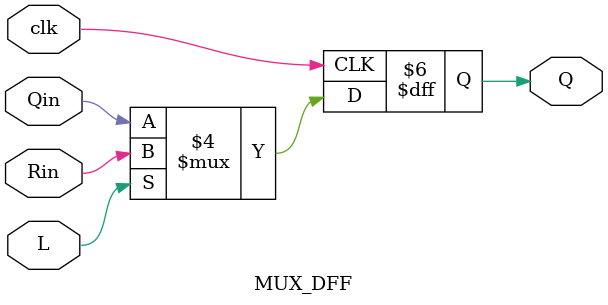
<source format=v>
`timescale 1ns / 1ps

module MUX_DFF(
    input clk, L, Rin, Qin,
    output reg Q
    );
    always @(posedge clk) begin
        if (!L) begin
            Q <= Qin;
            end
        else begin
            Q <= Rin;
            end
        end
endmodule
</source>
